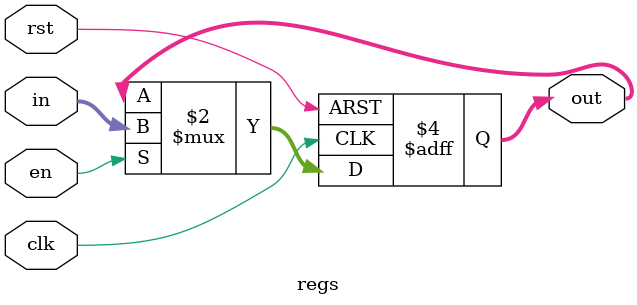
<source format=v>
module regs #(parameter N = 32) (clk, rst, in, out, en);
  input wire clk;
  input wire rst;
  input wire en;
  input wire [N-1:0] in;
  output reg [N-1:0] out;
  always @(posedge clk or posedge rst) 
    begin
      if (rst)
        out <= 0;
      else if (en) 
        out <= in;
    end
endmodule

</source>
